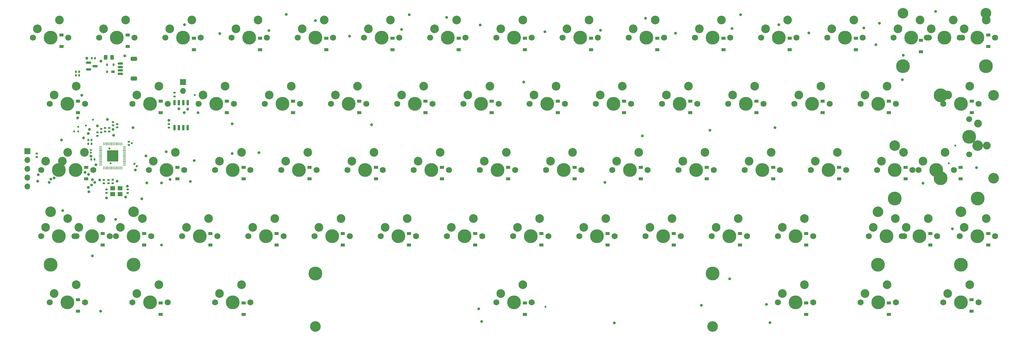
<source format=gbr>
%TF.GenerationSoftware,KiCad,Pcbnew,(6.0.10)*%
%TF.CreationDate,2023-01-23T21:21:06+01:00*%
%TF.ProjectId,plaket60-OG,706c616b-6574-4363-902d-4f472e6b6963,0.1*%
%TF.SameCoordinates,Original*%
%TF.FileFunction,Soldermask,Bot*%
%TF.FilePolarity,Negative*%
%FSLAX46Y46*%
G04 Gerber Fmt 4.6, Leading zero omitted, Abs format (unit mm)*
G04 Created by KiCad (PCBNEW (6.0.10)) date 2023-01-23 21:21:06*
%MOMM*%
%LPD*%
G01*
G04 APERTURE LIST*
G04 Aperture macros list*
%AMRoundRect*
0 Rectangle with rounded corners*
0 $1 Rounding radius*
0 $2 $3 $4 $5 $6 $7 $8 $9 X,Y pos of 4 corners*
0 Add a 4 corners polygon primitive as box body*
4,1,4,$2,$3,$4,$5,$6,$7,$8,$9,$2,$3,0*
0 Add four circle primitives for the rounded corners*
1,1,$1+$1,$2,$3*
1,1,$1+$1,$4,$5*
1,1,$1+$1,$6,$7*
1,1,$1+$1,$8,$9*
0 Add four rect primitives between the rounded corners*
20,1,$1+$1,$2,$3,$4,$5,0*
20,1,$1+$1,$4,$5,$6,$7,0*
20,1,$1+$1,$6,$7,$8,$9,0*
20,1,$1+$1,$8,$9,$2,$3,0*%
G04 Aperture macros list end*
%ADD10C,3.987800*%
%ADD11C,1.750000*%
%ADD12C,2.500000*%
%ADD13C,3.048000*%
%ADD14C,1.701800*%
%ADD15C,2.250000*%
%ADD16R,1.000000X0.700000*%
%ADD17R,0.600000X0.700000*%
%ADD18R,1.200000X0.900000*%
%ADD19RoundRect,0.140000X-0.170000X0.140000X-0.170000X-0.140000X0.170000X-0.140000X0.170000X0.140000X0*%
%ADD20RoundRect,0.140000X0.170000X-0.140000X0.170000X0.140000X-0.170000X0.140000X-0.170000X-0.140000X0*%
%ADD21RoundRect,0.140000X-0.140000X-0.170000X0.140000X-0.170000X0.140000X0.170000X-0.140000X0.170000X0*%
%ADD22RoundRect,0.135000X0.185000X-0.135000X0.185000X0.135000X-0.185000X0.135000X-0.185000X-0.135000X0*%
%ADD23RoundRect,0.050000X0.387500X0.050000X-0.387500X0.050000X-0.387500X-0.050000X0.387500X-0.050000X0*%
%ADD24RoundRect,0.050000X0.050000X0.387500X-0.050000X0.387500X-0.050000X-0.387500X0.050000X-0.387500X0*%
%ADD25RoundRect,0.144000X1.456000X1.456000X-1.456000X1.456000X-1.456000X-1.456000X1.456000X-1.456000X0*%
%ADD26RoundRect,0.140000X0.140000X0.170000X-0.140000X0.170000X-0.140000X-0.170000X0.140000X-0.170000X0*%
%ADD27R,1.700000X1.700000*%
%ADD28O,1.700000X1.700000*%
%ADD29RoundRect,0.135000X-0.185000X0.135000X-0.185000X-0.135000X0.185000X-0.135000X0.185000X0.135000X0*%
%ADD30RoundRect,0.150000X-0.625000X0.150000X-0.625000X-0.150000X0.625000X-0.150000X0.625000X0.150000X0*%
%ADD31RoundRect,0.250000X-0.650000X0.350000X-0.650000X-0.350000X0.650000X-0.350000X0.650000X0.350000X0*%
%ADD32R,1.400000X1.200000*%
%ADD33RoundRect,0.150000X-0.587500X-0.150000X0.587500X-0.150000X0.587500X0.150000X-0.587500X0.150000X0*%
%ADD34RoundRect,0.150000X-0.150000X0.650000X-0.150000X-0.650000X0.150000X-0.650000X0.150000X0.650000X0*%
%ADD35RoundRect,0.243750X-0.243750X-0.456250X0.243750X-0.456250X0.243750X0.456250X-0.243750X0.456250X0*%
%ADD36RoundRect,0.140000X-0.219203X-0.021213X-0.021213X-0.219203X0.219203X0.021213X0.021213X0.219203X0*%
%ADD37C,0.800000*%
%ADD38C,0.600000*%
G04 APERTURE END LIST*
D10*
%TO.C,1.50u*%
X46037500Y-125412500D03*
D11*
X51117500Y-125412500D03*
X40957500Y-125412500D03*
D12*
X42227500Y-122872500D03*
X48577500Y-120332500D03*
%TD*%
D10*
%TO.C,T*%
X146050000Y-68262500D03*
D11*
X140970000Y-68262500D03*
X151130000Y-68262500D03*
D12*
X142240000Y-65722500D03*
X148590000Y-63182500D03*
%TD*%
D10*
%TO.C,Tab*%
X46037500Y-68262500D03*
D11*
X51117500Y-68262500D03*
X40957500Y-68262500D03*
D12*
X42227500Y-65722500D03*
X48577500Y-63182500D03*
%TD*%
D11*
%TO.C,[*%
X255270000Y-68262500D03*
D10*
X260350000Y-68262500D03*
D11*
X265430000Y-68262500D03*
D12*
X256540000Y-65722500D03*
X262890000Y-63182500D03*
%TD*%
D11*
%TO.C,1.50u*%
X250507500Y-125412500D03*
D10*
X255587500Y-125412500D03*
D11*
X260667500Y-125412500D03*
D12*
X251777500Y-122872500D03*
X258127500Y-120332500D03*
%TD*%
D10*
%TO.C,R*%
X127000000Y-68262500D03*
D11*
X132080000Y-68262500D03*
X121920000Y-68262500D03*
D12*
X123190000Y-65722500D03*
X129540000Y-63182500D03*
%TD*%
D10*
%TO.C,<*%
X217487500Y-106362500D03*
D11*
X212407500Y-106362500D03*
X222567500Y-106362500D03*
D12*
X213677500Y-103822500D03*
X220027500Y-101282500D03*
%TD*%
D10*
%TO.C,Stepped*%
X43656250Y-87312500D03*
D11*
X48736250Y-87312500D03*
X38576250Y-87312500D03*
D12*
X39846250Y-84772500D03*
X46196250Y-82232500D03*
%TD*%
D11*
%TO.C,S*%
X88582500Y-87312500D03*
X98742500Y-87312500D03*
D10*
X93662500Y-87312500D03*
D12*
X89852500Y-84772500D03*
X96202500Y-82232500D03*
%TD*%
D11*
%TO.C,B*%
X165417500Y-106362500D03*
X155257500Y-106362500D03*
D10*
X160337500Y-106362500D03*
D12*
X156527500Y-103822500D03*
X162877500Y-101282500D03*
%TD*%
D10*
%TO.C,H*%
X169862500Y-87312500D03*
D11*
X164782500Y-87312500D03*
X174942500Y-87312500D03*
D12*
X166052500Y-84772500D03*
X172402500Y-82232500D03*
%TD*%
D11*
%TO.C,D*%
X117792500Y-87312500D03*
X107632500Y-87312500D03*
D10*
X112712500Y-87312500D03*
D12*
X108902500Y-84772500D03*
X115252500Y-82232500D03*
%TD*%
D11*
%TO.C,J*%
X193992500Y-87312500D03*
X183832500Y-87312500D03*
D10*
X188912500Y-87312500D03*
D12*
X185102500Y-84772500D03*
X191452500Y-82232500D03*
%TD*%
D11*
%TO.C,ISO*%
X279082500Y-87312500D03*
X289242500Y-87312500D03*
D10*
X284162500Y-87312500D03*
D12*
X280352500Y-84772500D03*
X286702500Y-82232500D03*
%TD*%
D10*
%TO.C,Z*%
X84137500Y-106362500D03*
D11*
X79057500Y-106362500D03*
X89217500Y-106362500D03*
D12*
X80327500Y-103822500D03*
X86677500Y-101282500D03*
%TD*%
D11*
%TO.C,Split*%
X313055000Y-106362500D03*
X302895000Y-106362500D03*
D10*
X307975000Y-106362500D03*
D12*
X304165000Y-103822500D03*
X310515000Y-101282500D03*
%TD*%
D10*
%TO.C,W*%
X88900000Y-68262500D03*
D11*
X83820000Y-68262500D03*
X93980000Y-68262500D03*
D12*
X85090000Y-65722500D03*
X91440000Y-63182500D03*
%TD*%
D10*
%TO.C,-*%
X250825000Y-49212500D03*
D11*
X245745000Y-49212500D03*
X255905000Y-49212500D03*
D12*
X247015000Y-46672500D03*
X253365000Y-44132500D03*
%TD*%
D11*
%TO.C,Split*%
X286861250Y-106362500D03*
D10*
X281781250Y-106362500D03*
D11*
X276701250Y-106362500D03*
D12*
X277971250Y-103822500D03*
X284321250Y-101282500D03*
%TD*%
D11*
%TO.C,V*%
X136207500Y-106362500D03*
D10*
X141287500Y-106362500D03*
D11*
X146367500Y-106362500D03*
D12*
X137477500Y-103822500D03*
X143827500Y-101282500D03*
%TD*%
D11*
%TO.C,X*%
X98107500Y-106362500D03*
X108267500Y-106362500D03*
D10*
X103187500Y-106362500D03*
D12*
X99377500Y-103822500D03*
X105727500Y-101282500D03*
%TD*%
D10*
%TO.C,1u*%
X279400000Y-125412500D03*
D11*
X274320000Y-125412500D03*
X284480000Y-125412500D03*
D12*
X275590000Y-122872500D03*
X281940000Y-120332500D03*
%TD*%
D11*
%TO.C,5*%
X131445000Y-49212500D03*
D10*
X136525000Y-49212500D03*
D11*
X141605000Y-49212500D03*
D12*
X132715000Y-46672500D03*
X139065000Y-44132500D03*
%TD*%
D10*
%TO.C,G*%
X150812500Y-87312500D03*
D11*
X145732500Y-87312500D03*
X155892500Y-87312500D03*
D12*
X147002500Y-84772500D03*
X153352500Y-82232500D03*
%TD*%
D10*
%TO.C,:*%
X246062500Y-87312500D03*
D11*
X240982500Y-87312500D03*
X251142500Y-87312500D03*
D12*
X242252500Y-84772500D03*
X248602500Y-82232500D03*
%TD*%
D11*
%TO.C,8*%
X188595000Y-49212500D03*
X198755000Y-49212500D03*
D10*
X193675000Y-49212500D03*
D12*
X189865000Y-46672500D03*
X196215000Y-44132500D03*
%TD*%
D10*
%TO.C,P*%
X241300000Y-68262500D03*
D11*
X246380000Y-68262500D03*
X236220000Y-68262500D03*
D12*
X237490000Y-65722500D03*
X243840000Y-63182500D03*
%TD*%
D11*
%TO.C,Q*%
X74930000Y-68262500D03*
X64770000Y-68262500D03*
D10*
X69850000Y-68262500D03*
D12*
X66040000Y-65722500D03*
X72390000Y-63182500D03*
%TD*%
D11*
%TO.C,1*%
X55245000Y-49212500D03*
D10*
X60325000Y-49212500D03*
D11*
X65405000Y-49212500D03*
D12*
X56515000Y-46672500D03*
X62865000Y-44132500D03*
%TD*%
D10*
%TO.C,Y*%
X165100000Y-68262500D03*
D11*
X170180000Y-68262500D03*
X160020000Y-68262500D03*
D12*
X161290000Y-65722500D03*
X167640000Y-63182500D03*
%TD*%
D11*
%TO.C,]*%
X284480000Y-68262500D03*
D10*
X279400000Y-68262500D03*
D11*
X274320000Y-68262500D03*
D12*
X275590000Y-65722500D03*
X281940000Y-63182500D03*
%TD*%
D11*
%TO.C,9*%
X217805000Y-49212500D03*
X207645000Y-49212500D03*
D10*
X212725000Y-49212500D03*
D12*
X208915000Y-46672500D03*
X215265000Y-44132500D03*
%TD*%
D10*
%TO.C,ISO*%
X65087500Y-106362500D03*
D11*
X60007500Y-106362500D03*
X70167500Y-106362500D03*
D12*
X61277500Y-103822500D03*
X67627500Y-101282500D03*
%TD*%
D11*
%TO.C,>*%
X241617500Y-106362500D03*
X231457500Y-106362500D03*
D10*
X236537500Y-106362500D03*
D12*
X232727500Y-103822500D03*
X239077500Y-101282500D03*
%TD*%
D10*
%TO.C,Full*%
X279368250Y-114617500D03*
D13*
X279368250Y-99377500D03*
D10*
X303244250Y-114617500D03*
D11*
X286226250Y-106362500D03*
D13*
X303244250Y-99377500D03*
D11*
X296386250Y-106362500D03*
D10*
X291306250Y-106362500D03*
D12*
X287496250Y-103822500D03*
X293846250Y-101282500D03*
%TD*%
D11*
%TO.C,C*%
X117157500Y-106362500D03*
X127317500Y-106362500D03*
D10*
X122237500Y-106362500D03*
D12*
X118427500Y-103822500D03*
X124777500Y-101282500D03*
%TD*%
D10*
%TO.C,E*%
X107950000Y-68262500D03*
D11*
X113030000Y-68262500D03*
X102870000Y-68262500D03*
D12*
X104140000Y-65722500D03*
X110490000Y-63182500D03*
%TD*%
D10*
%TO.C,ANSI*%
X284130500Y-95567500D03*
D11*
X290988750Y-87312500D03*
D10*
X308007000Y-95567500D03*
D11*
X301148750Y-87312500D03*
D13*
X284130500Y-80327500D03*
D10*
X296068750Y-87312500D03*
D13*
X308007000Y-80327500D03*
D12*
X292258750Y-84772500D03*
X298608750Y-82232500D03*
%TD*%
D11*
%TO.C,A*%
X69532500Y-87312500D03*
X79692500Y-87312500D03*
D10*
X74612500Y-87312500D03*
D12*
X70802500Y-84772500D03*
X77152500Y-82232500D03*
%TD*%
D11*
%TO.C,Split*%
X313055000Y-49212500D03*
X302895000Y-49212500D03*
D10*
X307975000Y-49212500D03*
D12*
X304165000Y-46672500D03*
X310515000Y-44132500D03*
%TD*%
D11*
%TO.C,0*%
X236855000Y-49212500D03*
D10*
X231775000Y-49212500D03*
D11*
X226695000Y-49212500D03*
D12*
X227965000Y-46672500D03*
X234315000Y-44132500D03*
%TD*%
D11*
%TO.C,L*%
X221932500Y-87312500D03*
X232092500Y-87312500D03*
D10*
X227012500Y-87312500D03*
D12*
X223202500Y-84772500D03*
X229552500Y-82232500D03*
%TD*%
D11*
%TO.C,I*%
X198120000Y-68262500D03*
D10*
X203200000Y-68262500D03*
D11*
X208280000Y-68262500D03*
D12*
X199390000Y-65722500D03*
X205740000Y-63182500D03*
%TD*%
D11*
%TO.C,M*%
X193357500Y-106362500D03*
D10*
X198437500Y-106362500D03*
D11*
X203517500Y-106362500D03*
D12*
X194627500Y-103822500D03*
X200977500Y-101282500D03*
%TD*%
D11*
%TO.C,Full*%
X293370000Y-49212500D03*
D10*
X298450000Y-49212500D03*
D11*
X303530000Y-49212500D03*
D13*
X310388250Y-42227500D03*
X286511750Y-42227500D03*
D10*
X310388250Y-57467500D03*
X286511750Y-57467500D03*
D12*
X294640000Y-46672500D03*
X300990000Y-44132500D03*
%TD*%
D11*
%TO.C,?*%
X260667500Y-106362500D03*
X250507500Y-106362500D03*
D10*
X255587500Y-106362500D03*
D12*
X251777500Y-103822500D03*
X258127500Y-101282500D03*
%TD*%
D11*
%TO.C,F*%
X126682500Y-87312500D03*
X136842500Y-87312500D03*
D10*
X131762500Y-87312500D03*
D12*
X127952500Y-84772500D03*
X134302500Y-82232500D03*
%TD*%
D13*
%TO.C,ISO*%
X312578750Y-65849500D03*
D10*
X297338750Y-89725500D03*
D14*
X305593750Y-72707500D03*
D10*
X305593750Y-77787500D03*
X297338750Y-65849500D03*
D14*
X305593750Y-82867500D03*
D13*
X312578750Y-89725500D03*
D15*
X308133750Y-73977500D03*
X310673750Y-80327500D03*
%TD*%
D11*
%TO.C,1u*%
X74930000Y-125412500D03*
D10*
X69850000Y-125412500D03*
D11*
X64770000Y-125412500D03*
D12*
X66040000Y-122872500D03*
X72390000Y-120332500D03*
%TD*%
D11*
%TO.C,N*%
X174307500Y-106362500D03*
X184467500Y-106362500D03*
D10*
X179387500Y-106362500D03*
D12*
X175577500Y-103822500D03*
X181927500Y-101282500D03*
%TD*%
D10*
%TO.C,3*%
X98425000Y-49212500D03*
D11*
X93345000Y-49212500D03*
X103505000Y-49212500D03*
D12*
X94615000Y-46672500D03*
X100965000Y-44132500D03*
%TD*%
D11*
%TO.C,6*%
X160655000Y-49212500D03*
D10*
X155575000Y-49212500D03*
D11*
X150495000Y-49212500D03*
D12*
X151765000Y-46672500D03*
X158115000Y-44132500D03*
%TD*%
D11*
%TO.C,"*%
X270192500Y-87312500D03*
X260032500Y-87312500D03*
D10*
X265112500Y-87312500D03*
D12*
X261302500Y-84772500D03*
X267652500Y-82232500D03*
%TD*%
D11*
%TO.C,Esc*%
X46355000Y-49212500D03*
X36195000Y-49212500D03*
D10*
X41275000Y-49212500D03*
D12*
X37465000Y-46672500D03*
X43815000Y-44132500D03*
%TD*%
D10*
%TO.C,1.50u*%
X93662500Y-125412500D03*
D11*
X88582500Y-125412500D03*
X98742500Y-125412500D03*
D12*
X89852500Y-122872500D03*
X96202500Y-120332500D03*
%TD*%
D10*
%TO.C,=*%
X269875000Y-49212500D03*
D11*
X264795000Y-49212500D03*
X274955000Y-49212500D03*
D12*
X266065000Y-46672500D03*
X272415000Y-44132500D03*
%TD*%
D10*
%TO.C,Split*%
X288925000Y-49212500D03*
D11*
X294005000Y-49212500D03*
X283845000Y-49212500D03*
D12*
X285115000Y-46672500D03*
X291465000Y-44132500D03*
%TD*%
D10*
%TO.C,K*%
X207962500Y-87312500D03*
D11*
X202882500Y-87312500D03*
X213042500Y-87312500D03*
D12*
X204152500Y-84772500D03*
X210502500Y-82232500D03*
%TD*%
D10*
%TO.C,ISO*%
X43656250Y-106362500D03*
D11*
X38576250Y-106362500D03*
X48736250Y-106362500D03*
D12*
X39846250Y-103822500D03*
X46196250Y-101282500D03*
%TD*%
D10*
%TO.C,2*%
X79375000Y-49212500D03*
D11*
X84455000Y-49212500D03*
X74295000Y-49212500D03*
D12*
X75565000Y-46672500D03*
X81915000Y-44132500D03*
%TD*%
D10*
%TO.C,ANSI*%
X303212500Y-68262500D03*
D11*
X298132500Y-68262500D03*
X308292500Y-68262500D03*
D12*
X299402500Y-65722500D03*
X305752500Y-63182500D03*
%TD*%
D11*
%TO.C,Full*%
X43338750Y-87312500D03*
X53498750Y-87312500D03*
D10*
X48418750Y-87312500D03*
D12*
X44608750Y-84772500D03*
X50958750Y-82232500D03*
%TD*%
D11*
%TO.C,7*%
X169545000Y-49212500D03*
X179705000Y-49212500D03*
D10*
X174625000Y-49212500D03*
D12*
X170815000Y-46672500D03*
X177165000Y-44132500D03*
%TD*%
D11*
%TO.C,O*%
X217170000Y-68262500D03*
D10*
X222250000Y-68262500D03*
D11*
X227330000Y-68262500D03*
D12*
X218440000Y-65722500D03*
X224790000Y-63182500D03*
%TD*%
D11*
%TO.C,1.50u*%
X298132500Y-125412500D03*
X308292500Y-125412500D03*
D10*
X303212500Y-125412500D03*
D12*
X299402500Y-122872500D03*
X305752500Y-120332500D03*
%TD*%
D13*
%TO.C,ANSI*%
X65119500Y-99377500D03*
X41243000Y-99377500D03*
D10*
X41243000Y-114617500D03*
X65119500Y-114617500D03*
D11*
X48101250Y-106362500D03*
X58261250Y-106362500D03*
D10*
X53181250Y-106362500D03*
D12*
X49371250Y-103822500D03*
X55721250Y-101282500D03*
%TD*%
D13*
%TO.C,MX42*%
X117475000Y-132397500D03*
D10*
X231775000Y-117157500D03*
D13*
X231775000Y-132397500D03*
D10*
X117475000Y-117157500D03*
D11*
X179705000Y-125412500D03*
D10*
X174625000Y-125412500D03*
D11*
X169545000Y-125412500D03*
D12*
X170815000Y-122872500D03*
X177165000Y-120332500D03*
%TD*%
D10*
%TO.C,4*%
X117475000Y-49212500D03*
D11*
X122555000Y-49212500D03*
X112395000Y-49212500D03*
D12*
X113665000Y-46672500D03*
X120015000Y-44132500D03*
%TD*%
D11*
%TO.C,U*%
X179070000Y-68262500D03*
D10*
X184150000Y-68262500D03*
D11*
X189230000Y-68262500D03*
D12*
X180340000Y-65722500D03*
X186690000Y-63182500D03*
%TD*%
D16*
%TO.C,U4*%
X59170000Y-59039000D03*
D17*
X57470000Y-59039000D03*
X57470000Y-57039000D03*
X59370000Y-57039000D03*
%TD*%
D18*
%TO.C,D19*%
X106275000Y-108900000D03*
X106275000Y-105600000D03*
%TD*%
D19*
%TO.C,C_3V-Decoup8*%
X57900000Y-90170000D03*
X57900000Y-91130000D03*
%TD*%
D18*
%TO.C,D46*%
X220575000Y-108900000D03*
X220575000Y-105600000D03*
%TD*%
%TO.C,D15*%
X96775000Y-128900000D03*
X96775000Y-125600000D03*
%TD*%
%TO.C,D63*%
X291725000Y-53300000D03*
X291725000Y-50000000D03*
%TD*%
%TO.C,D35*%
X187250000Y-70800000D03*
X187250000Y-67500000D03*
%TD*%
D20*
%TO.C,C_1V-Decoup2*%
X60425000Y-75080000D03*
X60425000Y-74120000D03*
%TD*%
D18*
%TO.C,D26*%
X149150000Y-70800000D03*
X149150000Y-67500000D03*
%TD*%
D21*
%TO.C,C_LDO2*%
X48542000Y-59055000D03*
X49502000Y-59055000D03*
%TD*%
D18*
%TO.C,D54*%
X263450000Y-70800000D03*
X263450000Y-67500000D03*
%TD*%
D20*
%TO.C,C_3V-Decoup2*%
X54700000Y-77455000D03*
X54700000Y-76495000D03*
%TD*%
D18*
%TO.C,D34*%
X177725000Y-52700000D03*
X177725000Y-49400000D03*
%TD*%
%TO.C,D50*%
X249175000Y-89875000D03*
X249175000Y-86575000D03*
%TD*%
D20*
%TO.C,C_Flash1*%
X75300000Y-75105000D03*
X75300000Y-74145000D03*
%TD*%
%TO.C,C_3V-Decoup6*%
X63750000Y-80155000D03*
X63750000Y-79195000D03*
%TD*%
D18*
%TO.C,D48*%
X234875000Y-52700000D03*
X234875000Y-49400000D03*
%TD*%
%TO.C,D22*%
X134875000Y-89850000D03*
X134875000Y-86550000D03*
%TD*%
D20*
%TO.C,C_Crystal2*%
X57300000Y-93905000D03*
X57300000Y-92945000D03*
%TD*%
D18*
%TO.C,D40*%
X206300000Y-70800000D03*
X206300000Y-67500000D03*
%TD*%
D22*
%TO.C,R_Crystal1*%
X59075000Y-91135000D03*
X59075000Y-90115000D03*
%TD*%
D18*
%TO.C,D14*%
X96775000Y-89850000D03*
X96775000Y-86550000D03*
%TD*%
%TO.C,D10*%
X72950000Y-128900000D03*
X72950000Y-125600000D03*
%TD*%
%TO.C,D61*%
X294400000Y-108900000D03*
X294400000Y-105600000D03*
%TD*%
%TO.C,D9*%
X68200000Y-108900000D03*
X68200000Y-105600000D03*
%TD*%
%TO.C,D37*%
X182500000Y-108900000D03*
X182500000Y-105600000D03*
%TD*%
D20*
%TO.C,C_1V-Decoup1*%
X55850000Y-76455000D03*
X55850000Y-75495000D03*
%TD*%
D23*
%TO.C,U1*%
X62537500Y-80650000D03*
X62537500Y-81050000D03*
X62537500Y-81450000D03*
X62537500Y-81850000D03*
X62537500Y-82250000D03*
X62537500Y-82650000D03*
X62537500Y-83050000D03*
X62537500Y-83450000D03*
X62537500Y-83850000D03*
X62537500Y-84250000D03*
X62537500Y-84650000D03*
X62537500Y-85050000D03*
X62537500Y-85450000D03*
X62537500Y-85850000D03*
D24*
X61700000Y-86687500D03*
X61300000Y-86687500D03*
X60900000Y-86687500D03*
X60500000Y-86687500D03*
X60100000Y-86687500D03*
X59700000Y-86687500D03*
X59300000Y-86687500D03*
X58900000Y-86687500D03*
X58500000Y-86687500D03*
X58100000Y-86687500D03*
X57700000Y-86687500D03*
X57300000Y-86687500D03*
X56900000Y-86687500D03*
X56500000Y-86687500D03*
D23*
X55662500Y-85850000D03*
X55662500Y-85450000D03*
X55662500Y-85050000D03*
X55662500Y-84650000D03*
X55662500Y-84250000D03*
X55662500Y-83850000D03*
X55662500Y-83450000D03*
X55662500Y-83050000D03*
X55662500Y-82650000D03*
X55662500Y-82250000D03*
X55662500Y-81850000D03*
X55662500Y-81450000D03*
X55662500Y-81050000D03*
X55662500Y-80650000D03*
D24*
X56500000Y-79812500D03*
X56900000Y-79812500D03*
X57300000Y-79812500D03*
X57700000Y-79812500D03*
X58100000Y-79812500D03*
X58500000Y-79812500D03*
X58900000Y-79812500D03*
X59300000Y-79812500D03*
X59700000Y-79812500D03*
X60100000Y-79812500D03*
X60500000Y-79812500D03*
X60900000Y-79812500D03*
X61300000Y-79812500D03*
X61700000Y-79812500D03*
D25*
X59100000Y-83250000D03*
%TD*%
D18*
%TO.C,D39*%
X196775000Y-52700000D03*
X196775000Y-49400000D03*
%TD*%
%TO.C,D2*%
X49125000Y-70800000D03*
X49125000Y-67500000D03*
%TD*%
%TO.C,D6*%
X63425000Y-51750000D03*
X63425000Y-48450000D03*
%TD*%
D26*
%TO.C,C_3V-Decoup7*%
X53030000Y-78700000D03*
X52070000Y-78700000D03*
%TD*%
%TO.C,C_LDO1*%
X54074000Y-55118000D03*
X53114000Y-55118000D03*
%TD*%
D27*
%TO.C,J2*%
X34550000Y-81925000D03*
D28*
X34550000Y-84465000D03*
X34550000Y-87005000D03*
X34550000Y-89545000D03*
X34550000Y-92085000D03*
%TD*%
D18*
%TO.C,D1*%
X44375000Y-51750000D03*
X44375000Y-48450000D03*
%TD*%
%TO.C,D67*%
X311075000Y-108900000D03*
X311075000Y-105600000D03*
%TD*%
%TO.C,D13*%
X92000000Y-70800000D03*
X92000000Y-67500000D03*
%TD*%
D29*
%TO.C,R_DATA2*%
X56925000Y-75240000D03*
X56925000Y-76260000D03*
%TD*%
D26*
%TO.C,C_3V-Decoup4*%
X53880000Y-84250000D03*
X52920000Y-84250000D03*
%TD*%
D18*
%TO.C,D21*%
X130100000Y-70800000D03*
X130100000Y-67500000D03*
%TD*%
D29*
%TO.C,R_DATA1*%
X58075000Y-75240000D03*
X58075000Y-76260000D03*
%TD*%
D18*
%TO.C,D4*%
X56275000Y-108900000D03*
X56275000Y-105600000D03*
%TD*%
%TO.C,D3*%
X51525000Y-89850000D03*
X51525000Y-86550000D03*
%TD*%
%TO.C,D36*%
X192025000Y-89850000D03*
X192025000Y-86550000D03*
%TD*%
%TO.C,D12*%
X82475000Y-52700000D03*
X82475000Y-49400000D03*
%TD*%
%TO.C,D25*%
X139625000Y-52700000D03*
X139625000Y-49400000D03*
%TD*%
D27*
%TO.C,boot*%
X79375000Y-61960000D03*
D28*
X79375000Y-64500000D03*
%TD*%
D18*
%TO.C,D30*%
X158675000Y-52700000D03*
X158675000Y-49400000D03*
%TD*%
%TO.C,D51*%
X239650000Y-108900000D03*
X239650000Y-105600000D03*
%TD*%
D30*
%TO.C,J1*%
X61302000Y-56643000D03*
X61302000Y-57643000D03*
X61302000Y-58643000D03*
X61302000Y-59643000D03*
D31*
X65177000Y-55343000D03*
X65177000Y-60943000D03*
%TD*%
D18*
%TO.C,D28*%
X144400000Y-108900000D03*
X144400000Y-105600000D03*
%TD*%
%TO.C,D38*%
X177725000Y-128900000D03*
X177725000Y-125600000D03*
%TD*%
D19*
%TO.C,C_Crystal1*%
X63400000Y-92945000D03*
X63400000Y-93905000D03*
%TD*%
D18*
%TO.C,D45*%
X230100000Y-89850000D03*
X230100000Y-86550000D03*
%TD*%
D26*
%TO.C,C_3V-Decoup5*%
X53030000Y-79750000D03*
X52070000Y-79750000D03*
%TD*%
D18*
%TO.C,D32*%
X172950000Y-89850000D03*
X172950000Y-86550000D03*
%TD*%
%TO.C,D55*%
X268200000Y-89850000D03*
X268200000Y-86550000D03*
%TD*%
%TO.C,D49*%
X244400000Y-70800000D03*
X244400000Y-67500000D03*
%TD*%
%TO.C,D5*%
X49150000Y-127950000D03*
X49150000Y-124650000D03*
%TD*%
D32*
%TO.C,Y1*%
X59075000Y-92575000D03*
X61275000Y-92575000D03*
X61275000Y-94275000D03*
X59075000Y-94275000D03*
%TD*%
D18*
%TO.C,D23*%
X125350000Y-108900000D03*
X125350000Y-105600000D03*
%TD*%
%TO.C,D20*%
X120575000Y-52700000D03*
X120575000Y-49400000D03*
%TD*%
%TO.C,D42*%
X201550000Y-108900000D03*
X201550000Y-105600000D03*
%TD*%
%TO.C,D64*%
X303125000Y-89875000D03*
X303125000Y-86575000D03*
%TD*%
%TO.C,D65*%
X311075000Y-51750000D03*
X311075000Y-48450000D03*
%TD*%
%TO.C,D16*%
X101525000Y-52700000D03*
X101525000Y-49400000D03*
%TD*%
%TO.C,D56*%
X258700000Y-108900000D03*
X258700000Y-105600000D03*
%TD*%
%TO.C,D27*%
X153900000Y-89850000D03*
X153900000Y-86550000D03*
%TD*%
D33*
%TO.C,U3*%
X52148500Y-58354000D03*
X52148500Y-56454000D03*
X54023500Y-57404000D03*
%TD*%
D18*
%TO.C,D59*%
X282500000Y-70800000D03*
X282500000Y-67500000D03*
%TD*%
%TO.C,D58*%
X272975000Y-52700000D03*
X272975000Y-49400000D03*
%TD*%
D20*
%TO.C,C_3V-Decoup3*%
X59175000Y-74455000D03*
X59175000Y-73495000D03*
%TD*%
D18*
%TO.C,D57*%
X258675000Y-128900000D03*
X258675000Y-125600000D03*
%TD*%
%TO.C,D43*%
X215825000Y-52700000D03*
X215825000Y-49400000D03*
%TD*%
%TO.C,D68*%
X306300000Y-127950000D03*
X306300000Y-124650000D03*
%TD*%
D19*
%TO.C,C_1V-Decoup3*%
X56550000Y-90170000D03*
X56550000Y-91130000D03*
%TD*%
D18*
%TO.C,D66*%
X306325000Y-70800000D03*
X306325000Y-67500000D03*
%TD*%
%TO.C,D62*%
X282500000Y-128900000D03*
X282500000Y-125600000D03*
%TD*%
%TO.C,D18*%
X115800000Y-89850000D03*
X115800000Y-86550000D03*
%TD*%
%TO.C,D33*%
X163450000Y-108900000D03*
X163450000Y-105600000D03*
%TD*%
%TO.C,D8*%
X77725000Y-89850000D03*
X77725000Y-86550000D03*
%TD*%
D34*
%TO.C,U2*%
X76920000Y-67925000D03*
X78190000Y-67925000D03*
X79460000Y-67925000D03*
X80730000Y-67925000D03*
X80730000Y-75125000D03*
X79460000Y-75125000D03*
X78190000Y-75125000D03*
X76920000Y-75125000D03*
%TD*%
D18*
%TO.C,D44*%
X225350000Y-70800000D03*
X225350000Y-67500000D03*
%TD*%
D22*
%TO.C,R_RST1*%
X37300000Y-83585000D03*
X37300000Y-82565000D03*
%TD*%
D18*
%TO.C,D53*%
X253925000Y-52700000D03*
X253925000Y-49400000D03*
%TD*%
%TO.C,D7*%
X72950000Y-70800000D03*
X72950000Y-67500000D03*
%TD*%
D35*
%TO.C,F1*%
X57101500Y-54864000D03*
X58976500Y-54864000D03*
%TD*%
D36*
%TO.C,C_3V-Decoup9*%
X65410589Y-85560589D03*
X66089411Y-86239411D03*
%TD*%
D18*
%TO.C,D60*%
X287275000Y-89850000D03*
X287275000Y-86550000D03*
%TD*%
%TO.C,D31*%
X168200000Y-70800000D03*
X168200000Y-67500000D03*
%TD*%
%TO.C,D11*%
X87225000Y-108900000D03*
X87225000Y-105600000D03*
%TD*%
D21*
%TO.C,C_3V-Decoup1*%
X48542000Y-60071000D03*
X49502000Y-60071000D03*
%TD*%
D18*
%TO.C,D41*%
X211075000Y-89850000D03*
X211075000Y-86550000D03*
%TD*%
D29*
%TO.C,R_Flash1*%
X76900000Y-65090000D03*
X76900000Y-66110000D03*
%TD*%
D18*
%TO.C,D17*%
X111050000Y-70800000D03*
X111050000Y-67500000D03*
%TD*%
D37*
X199525000Y-47125000D03*
X278725000Y-51275000D03*
X44750000Y-99000000D03*
X51150000Y-88025000D03*
D38*
X299780000Y-85340000D03*
D37*
X80725000Y-69800000D03*
X82575000Y-84575000D03*
X54700000Y-74650000D03*
X78175000Y-69700000D03*
X286400000Y-61300000D03*
X104050000Y-47225000D03*
X60400000Y-90525000D03*
X237300000Y-46625000D03*
X52275000Y-93550000D03*
X51689000Y-55118000D03*
X57300000Y-95375000D03*
X50200000Y-65850000D03*
X93530000Y-82600000D03*
X75275000Y-73025000D03*
D38*
X64650000Y-79625000D03*
D37*
X165300000Y-130925000D03*
X50725000Y-78075000D03*
X55753000Y-56007000D03*
X300750000Y-104275000D03*
X81450000Y-90575000D03*
X247225000Y-126050000D03*
X62600000Y-54475000D03*
X109100000Y-42525000D03*
X44400000Y-78700000D03*
X68675000Y-83275000D03*
X74549000Y-82042000D03*
X63375000Y-92000000D03*
X164465000Y-127254000D03*
X53250000Y-112075000D03*
X275250000Y-46450000D03*
X239775000Y-42650000D03*
X127300000Y-48750000D03*
D38*
X301610000Y-80260000D03*
D37*
X249700000Y-75125000D03*
X236650000Y-118650000D03*
X307725000Y-86625000D03*
X60000000Y-101500000D03*
X101220000Y-82350000D03*
X295950000Y-41700000D03*
D38*
X183700000Y-126660000D03*
D37*
X79800000Y-45500000D03*
X203454000Y-131375000D03*
X259475000Y-47900000D03*
X164875000Y-45600000D03*
X177400000Y-61975000D03*
D38*
X53475000Y-72825000D03*
D37*
X231025000Y-75900000D03*
D38*
X82770000Y-65710000D03*
D37*
X133650000Y-74275000D03*
X228550000Y-126300000D03*
X155200000Y-43375000D03*
X89950000Y-48025000D03*
D38*
X51450000Y-74550000D03*
D37*
X286650000Y-54325000D03*
X117425000Y-44275000D03*
X93525000Y-74050000D03*
X200800000Y-90875000D03*
X248250000Y-131275000D03*
X37680000Y-88680000D03*
X221125000Y-47950000D03*
X279725000Y-45050000D03*
X65600000Y-87350000D03*
X144500000Y-42650000D03*
X212450000Y-43650000D03*
X250800000Y-45450000D03*
X52875000Y-83300000D03*
X37500000Y-90500000D03*
X211500000Y-77475000D03*
X142275000Y-46850000D03*
X52070000Y-76835000D03*
X183450000Y-47525000D03*
D38*
X52842941Y-81532074D03*
X48000000Y-76250000D03*
D37*
X57625000Y-72750000D03*
X49075000Y-72325000D03*
D38*
X52851390Y-82331532D03*
X49202294Y-76245025D03*
D37*
X83675000Y-70800000D03*
X79650000Y-70800000D03*
D38*
X49199500Y-74900000D03*
D37*
X52125000Y-92300000D03*
X54300000Y-85799500D03*
X75650000Y-90025000D03*
X62800000Y-95125000D03*
X67500000Y-95600000D03*
X52175000Y-88625000D03*
X73152000Y-108900000D03*
X73152000Y-91059000D03*
X68925000Y-91075000D03*
X55626000Y-127950000D03*
X53250511Y-90125296D03*
X42300000Y-89575000D03*
X53950011Y-90892878D03*
X41350000Y-89900000D03*
X40825000Y-90875000D03*
X53059821Y-91600500D03*
D38*
X58500000Y-85350000D03*
X58225000Y-81150000D03*
D37*
X55425000Y-90175000D03*
X59406334Y-77357910D03*
X52450960Y-75599040D03*
X64950000Y-75100000D03*
X59225000Y-75600000D03*
X292325000Y-91100000D03*
M02*

</source>
